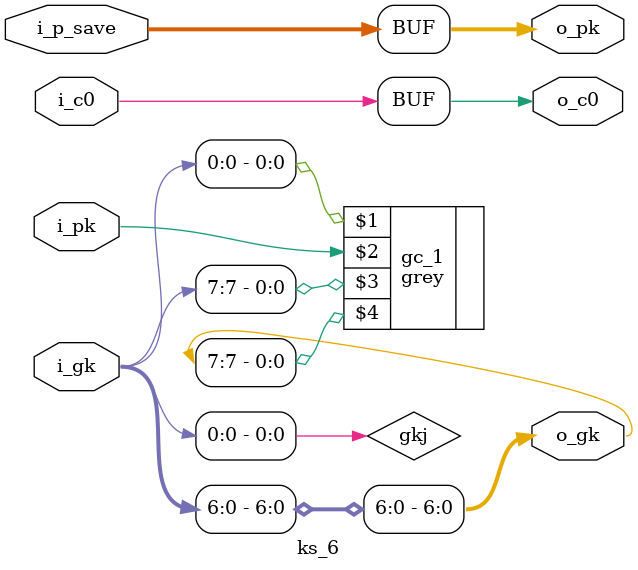
<source format=v>
`default_nettype none

module ks_6(
  input  wire        i_c0,
  input  wire  i_pk,
  input  wire [7:0] i_gk,
  input  wire [7:0] i_p_save,
  output wire        o_c0,
  output wire [7:0] o_pk,
  output wire [7:0] o_gk
);

wire gkj;

assign o_c0       = i_c0;
assign o_pk       = i_p_save[7:0];

assign gkj  = i_gk[0];
assign o_gk[6:0] = i_gk[6:0];

grey gc_1(gkj, i_pk, i_gk[7], o_gk[7]);

endmodule

</source>
